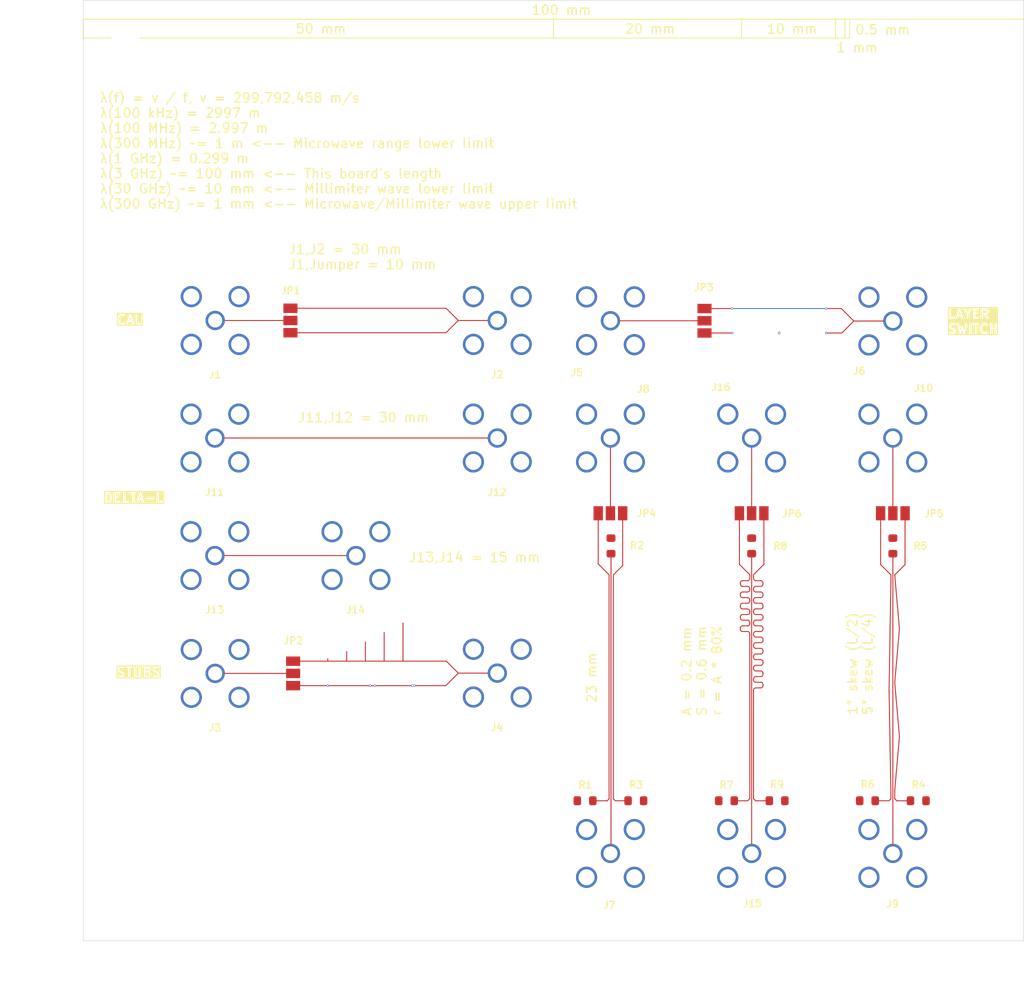
<source format=kicad_pcb>
(kicad_pcb (version 20241229) (generator "pcbnew") (generator_version "9.0")
  (layers (0 "F.Cu" signal) (4 "In1.Cu" signal) (6 "In2.Cu" signal) (2 "B.Cu" signal) (13 "F.Paste" user) (15 "B.Paste" user) (5 "F.SilkS" user "F.Silkscreen") (7 "B.SilkS" user "B.Silkscreen") (1 "F.Mask" user) (3 "B.Mask" user) (25 "Edge.Cuts" user))
  (net 0 "")
  (net 1 "GND")
  (net 2 "Net-(J1-In)")
  (net 3 "Net-(J2-In)")
  (net 4 "Net-(J5-In)")
  (net 5 "Net-(J7-In)")
  (net 6 "Net-(J8-In)")
  (net 7 "Net-(J11-In)")
  (net 8 "Net-(J3-In)")
  (net 9 "Net-(J13-In)")
  (net 10 "Net-(J4-In)")
  (net 11 "Net-(J15-In)")
  (net 12 "Net-(J16-In)")
  (net 13 "Net-(J6-In)")
  (net 14 "Net-(J9-In)")
  (net 15 "Net-(J10-In)")
  (net 16 "Net-(JP4-A)")
  (net 17 "Net-(JP4-B)")
  (net 18 "Net-(JP5-A)")
  (net 19 "Net-(JP5-B)")
  (net 20 "Net-(JP6-B)")
  (net 21 "Net-(JP6-A)")
  (footprint "Library:SMA" (layer "F.Cu") (at 64 84)
    (property "Reference" "J1" (at 0 5.8 0) (layer "F.SilkS") (effects (font (size 0.75 0.75))))
    (property "Value" "Conn_Coaxial" (hide yes))
    (pad "1" thru_hole circle (at 0.03 0.03) (size 2.05 2.05) (drill 1.5) (layers "*.Cu" "*.Mask") (net 2 "Net-(J1-In)"))
    (pad "2" thru_hole circle (at -2.51 -2.51) (size 2.25 2.25) (drill 1.7) (layers "*.Cu" "*.Mask") (net 1 "GND"))
    (pad "2" thru_hole circle (at -2.51 2.57) (size 2.25 2.25) (drill 1.7) (layers "*.Cu" "*.Mask") (net 1 "GND"))
    (pad "2" thru_hole circle (at 2.57 -2.51) (size 2.25 2.25) (drill 1.7) (layers "*.Cu" "*.Mask") (net 1 "GND"))
    (pad "2" thru_hole circle (at 2.57 2.57) (size 2.25 2.25) (drill 1.7) (layers "*.Cu" "*.Mask") (net 1 "GND"))
  )
  (footprint "Resistor_SMD:R_0603_1608Metric" (layer "F.Cu") (at 103.36 135.1 180)
    (property "Reference" "R1" (at -0.02 1.69 0) (layer "F.SilkS") (effects (font (size 0.75 0.75))))
    (property "Value" "50R" (hide yes))
    (pad "1" smd roundrect (at -0.825 0 180) (size 0.8 0.95) (layers "F.Cu" "F.Mask" "F.Paste") (net 17 "Net-(JP4-B)"))
    (pad "2" smd roundrect (at 0.825 0 180) (size 0.8 0.95) (layers "F.Cu" "F.Mask" "F.Paste") (net 1 "GND"))
  )
  (footprint "Jumper:SolderJumper-3_P1.3mm_Open_Pad1.0x1.5mm" (layer "F.Cu") (at 106.06 104.53 180)
    (property "Reference" "JP4" (at -3.83 -0.01 0) (layer "F.SilkS") (effects (font (size 0.75 0.75))))
    (property "Value" "SolderJumper_3_Open" (hide yes))
    (pad "1" smd rect (at -1.3 0 180) (size 1 1.5) (layers "F.Cu" "F.Mask") (net 16 "Net-(JP4-A)"))
    (pad "2" smd rect (at 0 0 180) (size 1 1.5) (layers "F.Cu" "F.Mask") (net 6 "Net-(J8-In)"))
    (pad "3" smd rect (at 1.3 0 180) (size 1 1.5) (layers "F.Cu" "F.Mask") (net 17 "Net-(JP4-B)"))
  )
  (footprint "Library:SMA" (layer "F.Cu") (at 106.09 96.5 -90)
    (property "Reference" "J8" (at -5.17 -3.47 0) (layer "F.SilkS") (effects (font (size 0.75 0.75))))
    (property "Value" "Conn_Coaxial" (hide yes))
    (pad "1" thru_hole circle (at 0.03 0.03 270) (size 2.05 2.05) (drill 1.5) (layers "*.Cu" "*.Mask") (net 6 "Net-(J8-In)"))
    (pad "2" thru_hole circle (at -2.51 -2.51 270) (size 2.25 2.25) (drill 1.7) (layers "*.Cu" "*.Mask") (net 1 "GND"))
    (pad "2" thru_hole circle (at -2.51 2.57 270) (size 2.25 2.25) (drill 1.7) (layers "*.Cu" "*.Mask") (net 1 "GND"))
    (pad "2" thru_hole circle (at 2.57 -2.51 270) (size 2.25 2.25) (drill 1.7) (layers "*.Cu" "*.Mask") (net 1 "GND"))
    (pad "2" thru_hole circle (at 2.57 2.57 270) (size 2.25 2.25) (drill 1.7) (layers "*.Cu" "*.Mask") (net 1 "GND"))
  )
  (footprint "Resistor_SMD:R_0603_1608Metric" (layer "F.Cu") (at 106.12 108 90)
    (property "Reference" "R2" (at 0.05 2.76 0) (layer "F.SilkS") (effects (font (size 0.75 0.75))))
    (property "Value" "50R" (hide yes))
    (pad "1" smd roundrect (at -0.825 0 90) (size 0.8 0.95) (layers "F.Cu" "F.Mask" "F.Paste") (net 5 "Net-(J7-In)"))
    (pad "2" smd roundrect (at 0.825 0 90) (size 0.8 0.95) (layers "F.Cu" "F.Mask" "F.Paste") (net 1 "GND"))
  )
  (footprint "MountingHole:MountingHole_3.2mm_M3_ISO14580" (layer "F.Cu") (at 54.5 54.5)
    (property "Reference" "H1" (hide yes))
    (property "Value" "MountingHole" (hide yes))
    (pad "" np_thru_hole circle (at 0 0) (size 3.2 3.2) (drill 3.2) (layers "*.Cu" "*.Mask"))
  )
  (footprint "Resistor_SMD:R_0603_1608Metric" (layer "F.Cu") (at 138.79 135.1)
    (property "Reference" "R4" (at 0.04 -1.7 0) (layer "F.SilkS") (effects (font (size 0.75 0.75))))
    (property "Value" "50R" (hide yes))
    (pad "1" smd roundrect (at -0.825 0) (size 0.8 0.95) (layers "F.Cu" "F.Mask" "F.Paste") (net 18 "Net-(JP5-A)"))
    (pad "2" smd roundrect (at 0.825 0) (size 0.8 0.95) (layers "F.Cu" "F.Mask" "F.Paste") (net 1 "GND"))
  )
  (footprint "Resistor_SMD:R_0603_1608Metric" (layer "F.Cu") (at 136.09 108 90)
    (property "Reference" "R5" (at -0.01 2.93 0) (layer "F.SilkS") (effects (font (size 0.75 0.75))))
    (property "Value" "50R" (hide yes))
    (pad "1" smd roundrect (at -0.825 0 90) (size 0.8 0.95) (layers "F.Cu" "F.Mask" "F.Paste") (net 14 "Net-(J9-In)"))
    (pad "2" smd roundrect (at 0.825 0 90) (size 0.8 0.95) (layers "F.Cu" "F.Mask" "F.Paste") (net 1 "GND"))
  )
  (footprint "Jumper:SolderJumper-3_P1.3mm_Open_Pad1.0x1.5mm" (layer "F.Cu") (at 121.075 104.53 180)
    (property "Reference" "JP6" (at -4.285 -0.03 0) (layer "F.SilkS") (effects (font (size 0.75 0.75))))
    (property "Value" "SolderJumper_3_Open" (hide yes))
    (pad "1" smd rect (at -1.3 0 180) (size 1 1.5) (layers "F.Cu" "F.Mask") (net 21 "Net-(JP6-A)"))
    (pad "2" smd rect (at 0 0 180) (size 1 1.5) (layers "F.Cu" "F.Mask") (net 12 "Net-(J16-In)"))
    (pad "3" smd rect (at 1.3 0 180) (size 1 1.5) (layers "F.Cu" "F.Mask") (net 20 "Net-(JP6-B)"))
  )
  (footprint "MountingHole:MountingHole_3.2mm_M3_ISO14580" (layer "F.Cu") (at 54.5 145.5)
    (property "Reference" "H3" (hide yes))
    (property "Value" "MountingHole" (hide yes))
    (pad "" np_thru_hole circle (at 0 0) (size 3.2 3.2) (drill 3.2) (layers "*.Cu" "*.Mask"))
  )
  (footprint "MountingHole:MountingHole_3.2mm_M3_ISO14580" (layer "F.Cu") (at 145.5 145.5)
    (property "Reference" "H4" (hide yes))
    (property "Value" "MountingHole" (hide yes))
    (pad "" np_thru_hole circle (at 0 0) (size 3.2 3.2) (drill 3.2) (layers "*.Cu" "*.Mask"))
  )
  (footprint "Resistor_SMD:R_0603_1608Metric" (layer "F.Cu") (at 133.39 135.1 180)
    (property "Reference" "R6" (at -0.03 1.74 0) (layer "F.SilkS") (effects (font (size 0.75 0.75))))
    (property "Value" "50R" (hide yes))
    (pad "1" smd roundrect (at -0.825 0 180) (size 0.8 0.95) (layers "F.Cu" "F.Mask" "F.Paste") (net 19 "Net-(JP5-B)"))
    (pad "2" smd roundrect (at 0.825 0 180) (size 0.8 0.95) (layers "F.Cu" "F.Mask" "F.Paste") (net 1 "GND"))
  )
  (footprint "Library:SMA" (layer "F.Cu") (at 121.105 96.5 -90)
    (property "Reference" "J16" (at -5.38 3.285 0) (layer "F.SilkS") (effects (font (size 0.75 0.75))))
    (property "Value" "Conn_Coaxial" (hide yes))
    (pad "1" thru_hole circle (at 0.03 0.03 270) (size 2.05 2.05) (drill 1.5) (layers "*.Cu" "*.Mask") (net 12 "Net-(J16-In)"))
    (pad "2" thru_hole circle (at -2.51 -2.51 270) (size 2.25 2.25) (drill 1.7) (layers "*.Cu" "*.Mask") (net 1 "GND"))
    (pad "2" thru_hole circle (at -2.51 2.57 270) (size 2.25 2.25) (drill 1.7) (layers "*.Cu" "*.Mask") (net 1 "GND"))
    (pad "2" thru_hole circle (at 2.57 -2.51 270) (size 2.25 2.25) (drill 1.7) (layers "*.Cu" "*.Mask") (net 1 "GND"))
    (pad "2" thru_hole circle (at 2.57 2.57 270) (size 2.25 2.25) (drill 1.7) (layers "*.Cu" "*.Mask") (net 1 "GND"))
  )
  (footprint "Resistor_SMD:R_0603_1608Metric" (layer "F.Cu") (at 108.76 135.1)
    (property "Reference" "R3" (at 0.01 -1.69 0) (layer "F.SilkS") (effects (font (size 0.75 0.75))))
    (property "Value" "50R" (hide yes))
    (pad "1" smd roundrect (at -0.825 0) (size 0.8 0.95) (layers "F.Cu" "F.Mask" "F.Paste") (net 16 "Net-(JP4-A)"))
    (pad "2" smd roundrect (at 0.825 0) (size 0.8 0.95) (layers "F.Cu" "F.Mask" "F.Paste") (net 1 "GND"))
  )
  (footprint "Library:SMA" (layer "F.Cu") (at 94 121.5)
    (property "Reference" "J4" (at 0 5.8 0) (layer "F.SilkS") (effects (font (size 0.75 0.75))))
    (property "Value" "Conn_Coaxial" (hide yes))
    (pad "1" thru_hole circle (at 0.03 0.03) (size 2.05 2.05) (drill 1.5) (layers "*.Cu" "*.Mask") (net 10 "Net-(J4-In)"))
    (pad "2" thru_hole circle (at -2.51 -2.51) (size 2.25 2.25) (drill 1.7) (layers "*.Cu" "*.Mask") (net 1 "GND"))
    (pad "2" thru_hole circle (at -2.51 2.57) (size 2.25 2.25) (drill 1.7) (layers "*.Cu" "*.Mask") (net 1 "GND"))
    (pad "2" thru_hole circle (at 2.57 -2.51) (size 2.25 2.25) (drill 1.7) (layers "*.Cu" "*.Mask") (net 1 "GND"))
    (pad "2" thru_hole circle (at 2.57 2.57) (size 2.25 2.25) (drill 1.7) (layers "*.Cu" "*.Mask") (net 1 "GND"))
  )
  (footprint "Jumper:SolderJumper-3_P1.3mm_Open_Pad1.0x1.5mm" (layer "F.Cu") (at 72.315 121.56 -90)
    (property "Reference" "JP2" (at -3.48 -0.025 0) (layer "F.SilkS") (effects (font (size 0.75 0.75))))
    (property "Value" "SolderJumper_3_Open" (hide yes))
    (pad "1" smd rect (at -1.3 0 270) (size 1 1.5) (layers "F.Cu" "F.Mask") (net 10 "Net-(J4-In)"))
    (pad "2" smd rect (at 0 0 270) (size 1 1.5) (layers "F.Cu" "F.Mask") (net 8 "Net-(J3-In)"))
    (pad "3" smd rect (at 1.3 0 270) (size 1 1.5) (layers "F.Cu" "F.Mask") (net 10 "Net-(J4-In)"))
  )
  (footprint "Library:SMA" (layer "F.Cu") (at 136.06 140.67)
    (property "Reference" "J9" (at 0.01 5.4 0) (layer "F.SilkS") (effects (font (size 0.75 0.75))))
    (property "Value" "Conn_Coaxial" (hide yes))
    (pad "1" thru_hole circle (at 0.03 0.03) (size 2.05 2.05) (drill 1.5) (layers "*.Cu" "*.Mask") (net 14 "Net-(J9-In)"))
    (pad "2" thru_hole circle (at -2.51 -2.51) (size 2.25 2.25) (drill 1.7) (layers "*.Cu" "*.Mask") (net 1 "GND"))
    (pad "2" thru_hole circle (at -2.51 2.57) (size 2.25 2.25) (drill 1.7) (layers "*.Cu" "*.Mask") (net 1 "GND"))
    (pad "2" thru_hole circle (at 2.57 -2.51) (size 2.25 2.25) (drill 1.7) (layers "*.Cu" "*.Mask") (net 1 "GND"))
    (pad "2" thru_hole circle (at 2.57 2.57) (size 2.25 2.25) (drill 1.7) (layers "*.Cu" "*.Mask") (net 1 "GND"))
  )
  (footprint "Library:SMA" (layer "F.Cu") (at 136.06 84.06)
    (property "Reference" "J6" (at -3.55 5.33 0) (layer "F.SilkS") (effects (font (size 0.75 0.75))))
    (property "Value" "Conn_Coaxial" (hide yes))
    (pad "1" thru_hole circle (at 0.03 0.03) (size 2.05 2.05) (drill 1.5) (layers "*.Cu" "*.Mask") (net 13 "Net-(J6-In)"))
    (pad "2" thru_hole circle (at -2.51 -2.51) (size 2.25 2.25) (drill 1.7) (layers "*.Cu" "*.Mask") (net 1 "GND"))
    (pad "2" thru_hole circle (at -2.51 2.57) (size 2.25 2.25) (drill 1.7) (layers "*.Cu" "*.Mask") (net 1 "GND"))
    (pad "2" thru_hole circle (at 2.57 -2.51) (size 2.25 2.25) (drill 1.7) (layers "*.Cu" "*.Mask") (net 1 "GND"))
    (pad "2" thru_hole circle (at 2.57 2.57) (size 2.25 2.25) (drill 1.7) (layers "*.Cu" "*.Mask") (net 1 "GND"))
  )
  (footprint "Library:SMA" (layer "F.Cu") (at 64 121.53)
    (property "Reference" "J3" (at 0 5.8 0) (layer "F.SilkS") (effects (font (size 0.75 0.75))))
    (property "Value" "Conn_Coaxial" (hide yes))
    (pad "1" thru_hole circle (at 0.03 0.03) (size 2.05 2.05) (drill 1.5) (layers "*.Cu" "*.Mask") (net 8 "Net-(J3-In)"))
    (pad "2" thru_hole circle (at -2.51 -2.51) (size 2.25 2.25) (drill 1.7) (layers "*.Cu" "*.Mask") (net 1 "GND"))
    (pad "2" thru_hole circle (at -2.51 2.57) (size 2.25 2.25) (drill 1.7) (layers "*.Cu" "*.Mask") (net 1 "GND"))
    (pad "2" thru_hole circle (at 2.57 -2.51) (size 2.25 2.25) (drill 1.7) (layers "*.Cu" "*.Mask") (net 1 "GND"))
    (pad "2" thru_hole circle (at 2.57 2.57) (size 2.25 2.25) (drill 1.7) (layers "*.Cu" "*.Mask") (net 1 "GND"))
  )
  (footprint "Library:SMA" (layer "F.Cu") (at 94 96.5)
    (property "Reference" "J12" (at 0 5.8 0) (layer "F.SilkS") (effects (font (size 0.75 0.75))))
    (property "Value" "Conn_Coaxial" (hide yes))
    (pad "1" thru_hole circle (at 0.03 0.03) (size 2.05 2.05) (drill 1.5) (layers "*.Cu" "*.Mask") (net 7 "Net-(J11-In)"))
    (pad "2" thru_hole circle (at -2.51 -2.51) (size 2.25 2.25) (drill 1.7) (layers "*.Cu" "*.Mask") (net 1 "GND"))
    (pad "2" thru_hole circle (at -2.51 2.57) (size 2.25 2.25) (drill 1.7) (layers "*.Cu" "*.Mask") (net 1 "GND"))
    (pad "2" thru_hole circle (at 2.57 -2.51) (size 2.25 2.25) (drill 1.7) (layers "*.Cu" "*.Mask") (net 1 "GND"))
    (pad "2" thru_hole circle (at 2.57 2.57) (size 2.25 2.25) (drill 1.7) (layers "*.Cu" "*.Mask") (net 1 "GND"))
  )
  (footprint "Library:SMA" (layer "F.Cu") (at 106.03 84.03)
    (property "Reference" "J5" (at -3.53 5.53 0) (layer "F.SilkS") (effects (font (size 0.75 0.75))))
    (property "Value" "Conn_Coaxial" (hide yes))
    (pad "1" thru_hole circle (at 0.03 0.03) (size 2.05 2.05) (drill 1.5) (layers "*.Cu" "*.Mask") (net 4 "Net-(J5-In)"))
    (pad "2" thru_hole circle (at -2.51 -2.51) (size 2.25 2.25) (drill 1.7) (layers "*.Cu" "*.Mask") (net 1 "GND"))
    (pad "2" thru_hole circle (at -2.51 2.57) (size 2.25 2.25) (drill 1.7) (layers "*.Cu" "*.Mask") (net 1 "GND"))
    (pad "2" thru_hole circle (at 2.57 -2.51) (size 2.25 2.25) (drill 1.7) (layers "*.Cu" "*.Mask") (net 1 "GND"))
    (pad "2" thru_hole circle (at 2.57 2.57) (size 2.25 2.25) (drill 1.7) (layers "*.Cu" "*.Mask") (net 1 "GND"))
  )
  (footprint "Library:SMA" (layer "F.Cu") (at 63.97 96.5)
    (property "Reference" "J11" (at 0 5.8 0) (layer "F.SilkS") (effects (font (size 0.75 0.75))))
    (property "Value" "Conn_Coaxial" (hide yes))
    (pad "1" thru_hole circle (at 0.03 0.03) (size 2.05 2.05) (drill 1.5) (layers "*.Cu" "*.Mask") (net 7 "Net-(J11-In)"))
    (pad "2" thru_hole circle (at -2.51 -2.51) (size 2.25 2.25) (drill 1.7) (layers "*.Cu" "*.Mask") (net 1 "GND"))
    (pad "2" thru_hole circle (at -2.51 2.57) (size 2.25 2.25) (drill 1.7) (layers "*.Cu" "*.Mask") (net 1 "GND"))
    (pad "2" thru_hole circle (at 2.57 -2.51) (size 2.25 2.25) (drill 1.7) (layers "*.Cu" "*.Mask") (net 1 "GND"))
    (pad "2" thru_hole circle (at 2.57 2.57) (size 2.25 2.25) (drill 1.7) (layers "*.Cu" "*.Mask") (net 1 "GND"))
  )
  (footprint "Resistor_SMD:R_0603_1608Metric" (layer "F.Cu") (at 121.075 108 90)
    (property "Reference" "R8" (at -0.01 3.045 0) (layer "F.SilkS") (effects (font (size 0.75 0.75))))
    (property "Value" "50R" (hide yes))
    (pad "1" smd roundrect (at -0.825 0 90) (size 0.8 0.95) (layers "F.Cu" "F.Mask" "F.Paste") (net 11 "Net-(J15-In)"))
    (pad "2" smd roundrect (at 0.825 0 90) (size 0.8 0.95) (layers "F.Cu" "F.Mask" "F.Paste") (net 1 "GND"))
  )
  (footprint "MountingHole:MountingHole_3.2mm_M3_ISO14580" (layer "F.Cu") (at 145.5 54.5)
    (property "Reference" "H2" (hide yes))
    (property "Value" "MountingHole" (hide yes))
    (pad "" np_thru_hole circle (at 0 0) (size 3.2 3.2) (drill 3.2) (layers "*.Cu" "*.Mask"))
  )
  (footprint "Library:SMA" (layer "F.Cu") (at 63.97 109)
    (property "Reference" "J13" (at 0 5.8 0) (layer "F.SilkS") (effects (font (size 0.75 0.75))))
    (property "Value" "Conn_Coaxial" (hide yes))
    (pad "1" thru_hole circle (at 0.03 0.03) (size 2.05 2.05) (drill 1.5) (layers "*.Cu" "*.Mask") (net 9 "Net-(J13-In)"))
    (pad "2" thru_hole circle (at -2.51 -2.51) (size 2.25 2.25) (drill 1.7) (layers "*.Cu" "*.Mask") (net 1 "GND"))
    (pad "2" thru_hole circle (at -2.51 2.57) (size 2.25 2.25) (drill 1.7) (layers "*.Cu" "*.Mask") (net 1 "GND"))
    (pad "2" thru_hole circle (at 2.57 -2.51) (size 2.25 2.25) (drill 1.7) (layers "*.Cu" "*.Mask") (net 1 "GND"))
    (pad "2" thru_hole circle (at 2.57 2.57) (size 2.25 2.25) (drill 1.7) (layers "*.Cu" "*.Mask") (net 1 "GND"))
  )
  (footprint "Library:SMA" (layer "F.Cu") (at 78.97 109)
    (property "Reference" "J14" (at 0 5.8 0) (layer "F.SilkS") (effects (font (size 0.75 0.75))))
    (property "Value" "Conn_Coaxial" (hide yes))
    (pad "1" thru_hole circle (at 0.03 0.03) (size 2.05 2.05) (drill 1.5) (layers "*.Cu" "*.Mask") (net 9 "Net-(J13-In)"))
    (pad "2" thru_hole circle (at -2.51 -2.51) (size 2.25 2.25) (drill 1.7) (layers "*.Cu" "*.Mask") (net 1 "GND"))
    (pad "2" thru_hole circle (at -2.51 2.57) (size 2.25 2.25) (drill 1.7) (layers "*.Cu" "*.Mask") (net 1 "GND"))
    (pad "2" thru_hole circle (at 2.57 -2.51) (size 2.25 2.25) (drill 1.7) (layers "*.Cu" "*.Mask") (net 1 "GND"))
    (pad "2" thru_hole circle (at 2.57 2.57) (size 2.25 2.25) (drill 1.7) (layers "*.Cu" "*.Mask") (net 1 "GND"))
  )
  (footprint "Library:SMA" (layer "F.Cu") (at 136.06 96.5)
    (property "Reference" "J10" (at 3.31 -5.29 0) (layer "F.SilkS") (effects (font (size 0.75 0.75))))
    (property "Value" "Conn_Coaxial" (hide yes))
    (pad "1" thru_hole circle (at 0.03 0.03) (size 2.05 2.05) (drill 1.5) (layers "*.Cu" "*.Mask") (net 15 "Net-(J10-In)"))
    (pad "2" thru_hole circle (at -2.51 -2.51) (size 2.25 2.25) (drill 1.7) (layers "*.Cu" "*.Mask") (net 1 "GND"))
    (pad "2" thru_hole circle (at -2.51 2.57) (size 2.25 2.25) (drill 1.7) (layers "*.Cu" "*.Mask") (net 1 "GND"))
    (pad "2" thru_hole circle (at 2.57 -2.51) (size 2.25 2.25) (drill 1.7) (layers "*.Cu" "*.Mask") (net 1 "GND"))
    (pad "2" thru_hole circle (at 2.57 2.57) (size 2.25 2.25) (drill 1.7) (layers "*.Cu" "*.Mask") (net 1 "GND"))
  )
  (footprint "Library:SMA" (layer "F.Cu") (at 106.09 140.67 -90)
    (property "Reference" "J7" (at 5.53 0.16 0) (layer "F.SilkS") (effects (font (size 0.75 0.75))))
    (property "Value" "Conn_Coaxial" (hide yes))
    (pad "1" thru_hole circle (at 0.03 0.03 270) (size 2.05 2.05) (drill 1.5) (layers "*.Cu" "*.Mask") (net 5 "Net-(J7-In)"))
    (pad "2" thru_hole circle (at -2.51 -2.51 270) (size 2.25 2.25) (drill 1.7) (layers "*.Cu" "*.Mask") (net 1 "GND"))
    (pad "2" thru_hole circle (at -2.51 2.57 270) (size 2.25 2.25) (drill 1.7) (layers "*.Cu" "*.Mask") (net 1 "GND"))
    (pad "2" thru_hole circle (at 2.57 -2.51 270) (size 2.25 2.25) (drill 1.7) (layers "*.Cu" "*.Mask") (net 1 "GND"))
    (pad "2" thru_hole circle (at 2.57 2.57 270) (size 2.25 2.25) (drill 1.7) (layers "*.Cu" "*.Mask") (net 1 "GND"))
  )
  (footprint "Jumper:SolderJumper-3_P1.3mm_Open_Pad1.0x1.5mm" (layer "F.Cu") (at 136.09 104.53 180)
    (property "Reference" "JP5" (at -4.38 -0.03 0) (layer "F.SilkS") (effects (font (size 0.75 0.75))))
    (property "Value" "SolderJumper_3_Open" (hide yes))
    (pad "1" smd rect (at -1.3 0 180) (size 1 1.5) (layers "F.Cu" "F.Mask") (net 18 "Net-(JP5-A)"))
    (pad "2" smd rect (at 0 0 180) (size 1 1.5) (layers "F.Cu" "F.Mask") (net 15 "Net-(J10-In)"))
    (pad "3" smd rect (at 1.3 0 180) (size 1 1.5) (layers "F.Cu" "F.Mask") (net 19 "Net-(JP5-B)"))
  )
  (footprint "Jumper:SolderJumper-3_P1.3mm_Open_Pad1.0x1.5mm" (layer "F.Cu") (at 116.06 84.06 -90)
    (property "Reference" "JP3" (at -3.55 0.06 0) (layer "F.SilkS") (effects (font (size 0.75 0.75))))
    (property "Value" "SolderJumper_3_Open" (hide yes))
    (pad "1" smd rect (at -1.3 0 270) (size 1 1.5) (layers "F.Cu" "F.Mask") (net 13 "Net-(J6-In)"))
    (pad "2" smd rect (at 0 0 270) (size 1 1.5) (layers "F.Cu" "F.Mask") (net 4 "Net-(J5-In)"))
    (pad "3" smd rect (at 1.3 0 270) (size 1 1.5) (layers "F.Cu" "F.Mask") (net 13 "Net-(J6-In)"))
  )
  (footprint "Jumper:SolderJumper-3_P1.3mm_Open_Pad1.0x1.5mm" (layer "F.Cu") (at 72.03 84.03 90)
    (property "Reference" "JP1" (at 3.17 0.03 0) (layer "F.SilkS") (effects (font (size 0.75 0.75))))
    (property "Value" "SolderJumper_3_Open" (hide yes))
    (pad "1" smd rect (at -1.3 0 90) (size 1 1.5) (layers "F.Cu" "F.Mask") (net 3 "Net-(J2-In)"))
    (pad "2" smd rect (at 0 0 90) (size 1 1.5) (layers "F.Cu" "F.Mask") (net 2 "Net-(J1-In)"))
    (pad "3" smd rect (at 1.3 0 90) (size 1 1.5) (layers "F.Cu" "F.Mask") (net 3 "Net-(J2-In)"))
  )
  (footprint "Library:SMA" (layer "F.Cu") (at 121.105 140.67 -90)
    (property "Reference" "J15" (at 5.36 -0.055 0) (layer "F.SilkS") (effects (font (size 0.75 0.75))))
    (property "Value" "Conn_Coaxial" (hide yes))
    (pad "1" thru_hole circle (at 0.03 0.03 270) (size 2.05 2.05) (drill 1.5) (layers "*.Cu" "*.Mask") (net 11 "Net-(J15-In)"))
    (pad "2" thru_hole circle (at -2.51 -2.51 270) (size 2.25 2.25) (drill 1.7) (layers "*.Cu" "*.Mask") (net 1 "GND"))
    (pad "2" thru_hole circle (at -2.51 2.57 270) (size 2.25 2.25) (drill 1.7) (layers "*.Cu" "*.Mask") (net 1 "GND"))
    (pad "2" thru_hole circle (at 2.57 -2.51 270) (size 2.25 2.25) (drill 1.7) (layers "*.Cu" "*.Mask") (net 1 "GND"))
    (pad "2" thru_hole circle (at 2.57 2.57 270) (size 2.25 2.25) (drill 1.7) (layers "*.Cu" "*.Mask") (net 1 "GND"))
  )
  (footprint "Resistor_SMD:R_0603_1608Metric" (layer "F.Cu") (at 123.78 135.1)
    (property "Reference" "R9" (at -0.02 -1.74 0) (layer "F.SilkS") (effects (font (size 0.75 0.75))))
    (property "Value" "50R" (hide yes))
    (pad "1" smd roundrect (at -0.825 0) (size 0.8 0.95) (layers "F.Cu" "F.Mask" "F.Paste") (net 21 "Net-(JP6-A)"))
    (pad "2" smd roundrect (at 0.825 0) (size 0.8 0.95) (layers "F.Cu" "F.Mask" "F.Paste") (net 1 "GND"))
  )
  (footprint "Library:SMA" (layer "F.Cu") (at 94 84)
    (property "Reference" "J2" (at 0 5.8 0) (layer "F.SilkS") (effects (font (size 0.75 0.75))))
    (property "Value" "Conn_Coaxial" (hide yes))
    (pad "1" thru_hole circle (at 0.03 0.03) (size 2.05 2.05) (drill 1.5) (layers "*.Cu" "*.Mask") (net 3 "Net-(J2-In)"))
    (pad "2" thru_hole circle (at -2.51 -2.51) (size 2.25 2.25) (drill 1.7) (layers "*.Cu" "*.Mask") (net 1 "GND"))
    (pad "2" thru_hole circle (at -2.51 2.57) (size 2.25 2.25) (drill 1.7) (layers "*.Cu" "*.Mask") (net 1 "GND"))
    (pad "2" thru_hole circle (at 2.57 -2.51) (size 2.25 2.25) (drill 1.7) (layers "*.Cu" "*.Mask") (net 1 "GND"))
    (pad "2" thru_hole circle (at 2.57 2.57) (size 2.25 2.25) (drill 1.7) (layers "*.Cu" "*.Mask") (net 1 "GND"))
  )
  (footprint "Resistor_SMD:R_0603_1608Metric" (layer "F.Cu") (at 118.4 135.1 180)
    (property "Reference" "R7" (at 0 1.66 0) (layer "F.SilkS") (effects (font (size 0.75 0.75))))
    (property "Value" "50R" (hide yes))
    (pad "1" smd roundrect (at -0.825 0 180) (size 0.8 0.95) (layers "F.Cu" "F.Mask" "F.Paste") (net 20 "Net-(JP6-B)"))
    (pad "2" smd roundrect (at 0.825 0 180) (size 0.8 0.95) (layers "F.Cu" "F.Mask" "F.Paste") (net 1 "GND"))
  )
  (gr_rect (start 50 52) (end 100 54) (stroke (width 0.1)) (fill no) (layer "F.SilkS"))
  (gr_rect (start 120 52) (end 130 54) (stroke (width 0.1)) (fill no) (layer "F.SilkS"))
  (gr_rect (start 130 52) (end 131 54) (stroke (width 0.1)) (fill no) (layer "F.SilkS"))
  (gr_rect (start 131 52) (end 131.5 54) (stroke (width 0.1)) (fill no) (layer "F.SilkS"))
  (gr_rect (start 100 52) (end 120 54) (stroke (width 0.1)) (fill no) (layer "F.SilkS"))
  (gr_line (start 50 52) (end 150 52) (stroke (width 0.1)) (layer "F.SilkS"))
  (gr_rect (start 50 50) (end 150 150) (stroke (width 0.05)) (fill no) (layer "Edge.Cuts"))
  (gr_text "10 mm" (at 122.6 53.6 0) (layer "F.SilkS") (effects (font (size 1 1)) (justify left bottom)))
  (gr_text "STUBS" (at 53.42 122.03 0) (layer "F.SilkS" knockout) (effects (font (size 1 1)) (justify left bottom)))
  (gr_text "DELTA-L" (at 52.07 103.47 0) (layer "F.SilkS" knockout) (effects (font (size 1 1)) (justify left bottom)))
  (gr_text "100 mm" (at 97.6 51.6 0) (layer "F.SilkS") (effects (font (size 1 1)) (justify left bottom)))
  (gr_text "J1,J2 = 30 mm\nJ1,Jumper = 10 mm\n" (at 71.75 78.65 0) (layer "F.SilkS") (effects (font (size 1 1)) (justify left bottom)))
  (gr_text "A = 0.2 mm\nS = 0.6 mm\nr = A * 80%" (at 117.96 126.15 90) (layer "F.SilkS") (effects (font (size 1 1)) (justify left bottom)))
  (gr_text "LAYER\nSWITCH" (at 141.84 85.53 0) (layer "F.SilkS" knockout) (effects (font (size 1 1)) (justify left bottom)))
  (gr_text "J11,J12 = 30 mm" (at 72.75 94.93 0) (layer "F.SilkS") (effects (font (size 1 1)) (justify left bottom)))
  (gr_text "50 mm" (at 72.5 53.6 0) (layer "F.SilkS") (effects (font (size 1 1)) (justify left bottom)))
  (gr_text "20 mm" (at 107.5 53.6 0) (layer "F.SilkS") (effects (font (size 1 1)) (justify left bottom)))
  (gr_text "λ(f) = v / f, v = 299,792,458 m/s\nλ(100 kHz) = 2997 m\nλ(100 MHz) = 2.997 m\nλ(300 MHz) ~= 1 m <-- Microwave range lower limit\nλ(1 GHz) = 0.299 m\nλ(3 GHz) ~= 100 mm <-- This board's length\nλ(30 GHz) ~= 10 mm <-- Millimiter wave lower limit\nλ(300 GHz) ~= 1 mm <-- Microwave/Millimiter wave upper limit\n" (at 51.71 72.21 -0) (layer "F.SilkS") (effects (font (size 1 1)) (justify left bottom)))
  (gr_text "23 mm\n" (at 104.67 124.79 90) (layer "F.SilkS") (effects (font (size 1 1)) (justify left bottom)))
  (gr_text "J13,J14 = 15 mm" (at 84.55 109.8 0) (layer "F.SilkS") (effects (font (size 1 1)) (justify left bottom)))
  (gr_text "0.5 mm" (at 132 53.7 0) (layer "F.SilkS") (effects (font (size 1 1)) (justify left bottom)))
  (gr_text "CAL" (at 53.46 84.53 0) (layer "F.SilkS" knockout) (effects (font (size 1 1)) (justify left bottom)))
  (gr_text "1° skew (L/2)\n5° skew (L/4)" (at 134 126.08 90) (layer "F.SilkS") (effects (font (size 1 1)) (justify left bottom)))
  (gr_text "1 mm" (at 130 55.6 0) (layer "F.SilkS") (effects (font (size 1 1)) (justify left bottom)))
  (segment (start 64.03 84.03) (end 72.03 84.03) (width 0.1) (layer "F.Cu") (net 2))
  (segment (start 88.58 82.73) (end 72.03 82.73) (width 0.1) (layer "F.Cu") (net 3))
  (segment (start 89.88 84.03) (end 88.58 82.73) (width 0.1) (layer "F.Cu") (net 3))
  (segment (start 94.03 84.03) (end 89.88 84.03) (width 0.1) (layer "F.Cu") (net 3))
  (segment (start 89.88 84.03) (end 88.58 85.33) (width 0.1) (layer "F.Cu") (net 3))
  (segment (start 88.58 85.33) (end 72.03 85.33) (width 0.1) (layer "F.Cu") (net 3))
  (segment (start 106.06 84.06) (end 116.06 84.06) (width 0.1) (layer "F.Cu") (net 4))
  (segment (start 106.12 140.64) (end 106.12 108.825) (width 0.1) (layer "F.Cu") (net 5))
  (segment (start 106.06 140.7) (end 106.12 140.64) (width 0.1) (layer "F.Cu") (net 5))
  (segment (start 106.06 96.53) (end 106.06 104.53) (width 0.1) (layer "F.Cu") (net 6))
  (segment (start 64 96.53) (end 94.03 96.53) (width 0.1) (layer "F.Cu") (net 7))
  (segment (start 64.03 121.56) (end 72.315 121.56) (width 0.1) (layer "F.Cu") (net 8))
  (segment (start 64 109.03) (end 79 109.03) (width 0.1) (layer "F.Cu") (net 9))
  (segment (start 82 117.212) (end 82 120.26) (width 0.1) (layer "F.Cu") (net 10))
  (segment (start 72.315 122.86) (end 76.01 122.86) (width 0.1) (layer "F.Cu") (net 10))
  (segment (start 88.61 120.26) (end 72.315 120.26) (width 0.1) (layer "F.Cu") (net 10))
  (segment (start 76 120.26) (end 76 120.006) (width 0.1) (layer "F.Cu") (net 10))
  (segment (start 94.03 121.53) (end 89.88 121.53) (width 0.1) (layer "F.Cu") (net 10))
  (segment (start 80 118.228) (end 80 120.26) (width 0.1) (layer "F.Cu") (net 10))
  (segment (start 76.01 122.86) (end 88.55 122.86) (width 0.1) (layer "F.Cu") (net 10))
  (segment (start 84 116.196) (end 84 120.26) (width 0.1) (layer "F.Cu") (net 10))
  (segment (start 89.88 121.53) (end 88.61 120.26) (width 0.1) (layer "F.Cu") (net 10))
  (segment (start 88.55 122.86) (end 89.88 121.53) (width 0.1) (layer "F.Cu") (net 10))
  (segment (start 78.01 119.244) (end 78.01 120.26) (width 0.1) (layer "F.Cu") (net 10))
  (via (at 85.2 122.86) (size 0.25) (drill 0.15) (layers "F.Cu" "B.Cu") (net 10))
  (via (at 80.5 122.86) (size 0.25) (drill 0.15) (layers "F.Cu" "B.Cu") (net 10))
  (via (at 81 122.86) (size 0.25) (drill 0.15) (layers "F.Cu" "B.Cu") (net 10))
  (via (at 85 122.86) (size 0.25) (drill 0.15) (layers "F.Cu" "B.Cu") (net 10))
  (via (at 76 122.86) (size 0.25) (drill 0.15) (layers "F.Cu" "B.Cu") (net 10))
  (segment (start 121.075 108.825) (end 121.075 140.7) (width 0.1) (layer "F.Cu") (net 11))
  (segment (start 121.075 96.53) (end 121.075 104.53) (width 0.1) (layer "F.Cu") (net 12))
  (segment (start 130.67 85.36) (end 131.94 84.09) (width 0.1) (layer "F.Cu") (net 13))
  (segment (start 136.09 84.09) (end 131.94 84.09) (width 0.1) (layer "F.Cu") (net 13))
  (segment (start 130.67 85.36) (end 129 85.36) (width 0.1) (layer "F.Cu") (net 13))
  (segment (start 129 82.76) (end 130.61 82.76) (width 0.1) (layer "F.Cu") (net 13))
  (segment (start 131.94 84.09) (end 130.61 82.76) (width 0.1) (layer "F.Cu") (net 13))
  (segment (start 119.01 82.76) (end 116.06 82.76) (width 0.1) (layer "F.Cu") (net 13))
  (segment (start 116.06 85.36) (end 119.01 85.36) (width 0.1) (layer "F.Cu") (net 13))
  (via (at 129 85.36) (size 0.25) (drill 0.15) (layers "F.Cu" "B.Cu") (net 13))
  (via (at 124 85.36) (size 0.25) (drill 0.15) (layers "F.Cu" "B.Cu") (net 13))
  (via (at 119 82.76) (size 0.25) (drill 0.15) (layers "F.Cu" "B.Cu") (net 13))
  (via (at 119 85.36) (size 0.25) (drill 0.15) (layers "F.Cu" "B.Cu") (net 13))
  (via (at 129 82.76) (size 0.25) (drill 0.15) (layers "F.Cu" "B.Cu") (net 13))
  (segment (start 119 82.76) (end 129 82.76) (width 0.1) (layer "B.Cu") (net 13))
  (segment (start 136.09 140.7) (end 136.09 108.825) (width 0.1) (layer "F.Cu") (net 14))
  (segment (start 136.09 96.53) (end 136.09 104.53) (width 0.1) (layer "F.Cu") (net 15))
  (segment (start 107.36 110.09) (end 107.36 104.53) (width 0.1) (layer "F.Cu") (net 16))
  (segment (start 106.37 134.9) (end 106.37 111.08) (width 0.1) (layer "F.Cu") (net 16))
  (segment (start 106.57 135.1) (end 106.37 134.9) (width 0.1) (layer "F.Cu") (net 16))
  (segment (start 106.37 111.08) (end 107.36 110.09) (width 0.1) (layer "F.Cu") (net 16))
  (segment (start 107.935 135.1) (end 106.57 135.1) (width 0.1) (layer "F.Cu") (net 16))
  (segment (start 105.919 111.079) (end 105.919 134.901) (width 0.1) (layer "F.Cu") (net 17))
  (segment (start 104.76 104.53) (end 104.76 109.92) (width 0.1) (layer "F.Cu") (net 17))
  (segment (start 105.72 135.1) (end 104.185 135.1) (width 0.1) (layer "F.Cu") (net 17))
  (segment (start 105.919 134.901) (end 105.72 135.1) (width 0.1) (layer "F.Cu") (net 17))
  (segment (start 104.76 109.92) (end 105.919 111.079) (width 0.1) (layer "F.Cu") (net 17))
  (segment (start 136.291 134.891) (end 136.291 134.002478) (width 0.1) (layer "F.Cu") (net 18))
  (segment (start 136.5 135.1) (end 137.965 135.1) (width 0.1) (layer "F.Cu") (net 18))
  (segment (start 136.289991 122.546239) (end 136.791136 116.81812) (width 0.1) (layer "F.Cu") (net 18))
  (segment (start 136.791136 116.81812) (end 136.29 111.09) (width 0.1) (layer "F.Cu") (net 18))
  (segment (start 136.791136 128.274358) (end 136.289991 122.546239) (width 0.1) (layer "F.Cu") (net 18))
  (segment (start 136.791136 128.274358) (end 136.28999 134.002478) (width 0.1) (layer "F.Cu") (net 18))
  (segment (start 137.39 104.53) (end 137.39 109.99) (width 0.1) (layer "F.Cu") (net 18))
  (segment (start 136.291 134.891) (end 136.5 135.1) (width 0.1) (layer "F.Cu") (net 18))
  (segment (start 137.39 109.99) (end 136.291 111.089) (width 0.1) (layer "F.Cu") (net 18))
  (segment (start 135.89 134.89) (end 135.689317 123.391751) (width 0.1) (layer "F.Cu") (net 19))
  (segment (start 134.215 135.1) (end 135.68 135.1) (width 0.1) (layer "F.Cu") (net 19))
  (segment (start 135.889 111.089) (end 134.79 109.99) (width 0.1) (layer "F.Cu") (net 19))
  (segment (start 134.79 109.99) (end 134.79 104.53) (width 0.1) (layer "F.Cu") (net 19))
  (segment (start 135.68 135.1) (end 135.889 134.891) (width 0.1) (layer "F.Cu") (net 19))
  (segment (start 135.689317 123.391751) (end 135.89 111.09) (width 0.1) (layer "F.Cu") (net 19))
  (segment (start 120.874 113.740964) (end 120.874 113.860964) (width 0.1) (layer "F.Cu") (net 20))
  (segment (start 120.114 117.100964) (end 120.634 117.100964) (width 0.1) (layer "F.Cu") (net 20))
  (segment (start 120.874 117.460964) (end 120.874 118.092658) (width 0.1) (layer "F.Cu") (net 20))
  (segment (start 120.874 118.092658) (end 120.874 134.876) (width 0.1) (layer "F.Cu") (net 20))
  (segment (start 120.634 111.700964) (end 120.114 111.700964) (width 0.1) (layer "F.Cu") (net 20))
  (segment (start 119.775 104.53) (end 119.775 109.965) (width 0.1) (layer "F.Cu") (net 20))
  (segment (start 120.634 114.100964) (end 120.114 114.100964) (width 0.1) (layer "F.Cu") (net 20))
  (segment (start 120.114 115.900964) (end 120.634 115.900964) (width 0.1) (layer "F.Cu") (net 20))
  (segment (start 119.874 115.540964) (end 119.874 115.660964) (width 0.1) (layer "F.Cu") (net 20))
  (segment (start 120.634 116.500964) (end 120.114 116.500964) (width 0.1) (layer "F.Cu") (net 20))
  (segment (start 119.874 114.340964) (end 119.874 114.460964) (width 0.1) (layer "F.Cu") (net 20))
  (segment (start 120.874 111.064) (end 120.874 111.460964) (width 0.1) (layer "F.Cu") (net 20))
  (segment (start 119.874 111.940964) (end 119.874 112.060964) (width 0.1) (layer "F.Cu") (net 20))
  (segment (start 119.874 113.140964) (end 119.874 113.260964) (width 0.1) (layer "F.Cu") (net 20))
  (segment (start 120.874 117.340964) (end 120.874 117.460964) (width 0.1) (layer "F.Cu") (net 20))
  (segment (start 120.874 114.940964) (end 120.874 115.060964) (width 0.1) (layer "F.Cu") (net 20))
  (segment (start 120.874 134.876) (end 120.65 135.1) (width 0.1) (layer "F.Cu") (net 20))
  (segment (start 120.65 135.1) (end 119.225 135.1) (width 0.1) (layer "F.Cu") (net 20))
  (segment (start 120.114 113.500964) (end 120.634 113.500964) (width 0.1) (layer "F.Cu") (net 20))
  (segment (start 119.874 116.740964) (end 119.874 116.860964) (width 0.1) (layer "F.Cu") (net 20))
  (segment (start 119.775 109.965) (end 120.874 111.064) (width 0.1) (layer "F.Cu") (net 20))
  (segment (start 120.874 116.140964) (end 120.874 116.260964) (width 0.1) (layer "F.Cu") (net 20))
  (segment (start 120.114 112.300964) (end 120.634 112.300964) (width 0.1) (layer "F.Cu") (net 20))
  (segment (start 120.874 112.540964) (end 120.874 112.660964) (width 0.1) (layer "F.Cu") (net 20))
  (segment (start 120.114 114.700964) (end 120.634 114.700964) (width 0.1) (layer "F.Cu") (net 20))
  (segment (start 120.634 115.300964) (end 120.114 115.300964) (width 0.1) (layer "F.Cu") (net 20))
  (segment (start 120.634 112.900964) (end 120.114 112.900964) (width 0.1) (layer "F.Cu") (net 20))
  (arc (start 120.874 111.460964) (mid 120.803706 111.63067) (end 120.634 111.700964) (width 0.1) (layer "F.Cu") (net 20))
  (arc (start 120.874 116.260964) (mid 120.803706 116.43067) (end 120.634 116.500964) (width 0.1) (layer "F.Cu") (net 20))
  (arc (start 120.874 112.660964) (mid 120.803706 112.83067) (end 120.634 112.900964) (width 0.1) (layer "F.Cu") (net 20))
  (arc (start 120.114 112.900964) (mid 119.944294 112.971258) (end 119.874 113.140964) (width 0.1) (layer "F.Cu") (net 20))
  (arc (start 120.874 113.860964) (mid 120.803706 114.03067) (end 120.634 114.100964) (width 0.1) (layer "F.Cu") (net 20))
  (arc (start 119.874 113.260964) (mid 119.944294 113.43067) (end 120.114 113.500964) (width 0.1) (layer "F.Cu") (net 20))
  (arc (start 119.874 114.460964) (mid 119.944294 114.63067) (end 120.114 114.700964) (width 0.1) (layer "F.Cu") (net 20))
  (arc (start 120.634 115.900964) (mid 120.803706 115.971258) (end 120.874 116.140964) (width 0.1) (layer "F.Cu") (net 20))
  (arc (start 120.114 116.500964) (mid 119.944294 116.571258) (end 119.874 116.740964) (width 0.1) (layer "F.Cu") (net 20))
  (arc (start 120.634 113.500964) (mid 120.803706 113.571258) (end 120.874 113.740964) (width 0.1) (layer "F.Cu") (net 20))
  (arc (start 120.634 117.100964) (mid 120.803706 117.171258) (end 120.874 117.340964) (width 0.1) (layer "F.Cu") (net 20))
  (arc (start 119.874 116.860964) (mid 119.944294 117.03067) (end 120.114 117.100964) (width 0.1) (layer "F.Cu") (net 20))
  (arc (start 120.114 111.700964) (mid 119.944294 111.771258) (end 119.874 111.940964) (width 0.1) (layer "F.Cu") (net 20))
  (arc (start 119.874 115.660964) (mid 119.944294 115.83067) (end 120.114 115.900964) (width 0.1) (layer "F.Cu") (net 20))
  (arc (start 120.634 114.700964) (mid 120.803706 114.771258) (end 120.874 114.940964) (width 0.1) (layer "F.Cu") (net 20))
  (arc (start 119.874 112.060964) (mid 119.944294 112.23067) (end 120.114 112.300964) (width 0.1) (layer "F.Cu") (net 20))
  (arc (start 120.874 115.060964) (mid 120.803706 115.23067) (end 120.634 115.300964) (width 0.1) (layer "F.Cu") (net 20))
  (arc (start 120.634 112.300964) (mid 120.803706 112.371258) (end 120.874 112.540964) (width 0.1) (layer "F.Cu") (net 20))
  (arc (start 120.114 114.100964) (mid 119.944294 114.171258) (end 119.874 114.340964) (width 0.1) (layer "F.Cu") (net 20))
  (arc (start 120.114 115.300964) (mid 119.944294 115.371258) (end 119.874 115.540964) (width 0.1) (layer "F.Cu") (net 20))
  (segment (start 121.516 121.29708) (end 122.036 121.29708) (width 0.1) (layer "F.Cu") (net 21))
  (segment (start 122.276 117.93708) (end 122.276 118.05708) (width 0.1) (layer "F.Cu") (net 21))
  (segment (start 121.276 119.73708) (end 121.276 119.85708) (width 0.1) (layer "F.Cu") (net 21))
  (segment (start 121.276 117.33708) (end 121.276 117.45708) (width 0.1) (layer "F.Cu") (net 21))
  (segment (start 121.276 134.876) (end 121.5 135.1) (width 0.1) (layer "F.Cu") (net 21))
  (segment (start 122.036 114.69708) (end 121.516 114.69708) (width 0.1) (layer "F.Cu") (net 21))
  (segment (start 122.276 119.13708) (end 122.276 119.25708) (width 0.1) (layer "F.Cu") (net 21))
  (segment (start 121.276 122.13708) (end 121.276 122.25708) (width 0.1) (layer "F.Cu") (net 21))
  (segment (start 122.276 111.93708) (end 122.276 112.05708) (width 0.1) (layer "F.Cu") (net 21))
  (segment (start 122.276 121.53708) (end 122.276 121.65708) (width 0.1) (layer "F.Cu") (net 21))
  (segment (start 121.276 123.673544) (end 121.276 134.876) (width 0.1) (layer "F.Cu") (net 21))
  (segment (start 121.276 116.13708) (end 121.276 116.25708) (width 0.1) (layer "F.Cu") (net 21))
  (segment (start 122.276 120.33708) (end 122.276 120.45708) (width 0.1) (layer "F.Cu") (net 21))
  (segment (start 121.516 122.49708) (end 122.036 122.49708) (width 0.1) (layer "F.Cu") (net 21))
  (segment (start 121.516 116.49708) (end 122.036 116.49708) (width 0.1) (layer "F.Cu") (net 21))
  (segment (start 122.276 116.73708) (end 122.276 116.85708) (width 0.1) (layer "F.Cu") (net 21))
  (segment (start 121.276 120.93708) (end 121.276 121.05708) (width 0.1) (layer "F.Cu") (net 21))
  (segment (start 122.276 122.73708) (end 122.276 122.85708) (width 0.1) (layer "F.Cu") (net 21))
  (segment (start 121.516 114.09708) (end 122.036 114.09708) (width 0.1) (layer "F.Cu") (net 21))
  (segment (start 121.516 112.89708) (end 122.036 112.89708) (width 0.1) (layer "F.Cu") (net 21))
  (segment (start 121.516 120.09708) (end 122.036 120.09708) (width 0.1) (layer "F.Cu") (net 21))
  (segment (start 122.036 112.29708) (end 121.516 112.29708) (width 0.1) (layer "F.Cu") (net 21))
  (segment (start 122.036 121.89708) (end 121.516 121.89708) (width 0.1) (layer "F.Cu") (net 21))
  (segment (start 121.276 118.53708) (end 121.276 118.65708) (width 0.1) (layer "F.Cu") (net 21))
  (segment (start 121.516 111.69708) (end 122.036 111.69708) (width 0.1) (layer "F.Cu") (net 21))
  (segment (start 122.036 123.09708) (end 121.516 123.09708) (width 0.1) (layer "F.Cu") (net 21))
  (segment (start 121.276 123.33708) (end 121.276 123.45708) (width 0.1) (layer "F.Cu") (net 21))
  (segment (start 121.276 113.73708) (end 121.276 113.85708) (width 0.1) (layer "F.Cu") (net 21))
  (segment (start 121.276 111.064) (end 121.276 111.45708) (width 0.1) (layer "F.Cu") (net 21))
  (segment (start 121.276 112.53708) (end 121.276 112.65708) (width 0.1) (layer "F.Cu") (net 21))
  (segment (start 122.276 113.13708) (end 122.276 113.25708) (width 0.1) (layer "F.Cu") (net 21))
  (segment (start 121.516 118.89708) (end 122.036 118.89708) (width 0.1) (layer "F.Cu") (net 21))
  (segment (start 121.5 135.1) (end 122.955 135.1) (width 0.1) (layer "F.Cu") (net 21))
  (segment (start 121.276 114.93708) (end 121.276 115.05708) (width 0.1) (layer "F.Cu") (net 21))
  (segment (start 122.036 113.49708) (end 121.516 113.49708) (width 0.1) (layer "F.Cu") (net 21))
  (segment (start 122.036 119.49708) (end 121.516 119.49708) (width 0.1) (layer "F.Cu") (net 21))
  (segment (start 122.375 104.53) (end 122.375 109.965) (width 0.1) (layer "F.Cu") (net 21))
  (segment (start 122.036 120.69708) (end 121.516 120.69708) (width 0.1) (layer "F.Cu") (net 21))
  (segment (start 122.276 114.33708) (end 122.276 114.45708) (width 0.1) (layer "F.Cu") (net 21))
  (segment (start 121.276 123.45708) (end 121.276 123.673544) (width 0.1) (layer "F.Cu") (net 21))
  (segment (start 122.036 118.29708) (end 121.516 118.29708) (width 0.1) (layer "F.Cu") (net 21))
  (segment (start 122.036 115.89708) (end 121.516 115.89708) (width 0.1) (layer "F.Cu") (net 21))
  (segment (start 121.516 115.29708) (end 122.036 115.29708) (width 0.1) (layer "F.Cu") (net 21))
  (segment (start 122.375 109.965) (end 121.276 111.064) (width 0.1) (layer "F.Cu") (net 21))
  (segment (start 122.276 115.53708) (end 122.276 115.65708) (width 0.1) (layer "F.Cu") (net 21))
  (segment (start 121.516 117.69708) (end 122.036 117.69708) (width 0.1) (layer "F.Cu") (net 21))
  (segment (start 122.036 117.09708) (end 121.516 117.09708) (width 0.1) (layer "F.Cu") (net 21))
  (arc (start 122.036 114.09708) (mid 122.205706 114.167374) (end 122.276 114.33708) (width 0.1) (layer "F.Cu") (net 21))
  (arc (start 121.276 121.05708) (mid 121.346294 121.226786) (end 121.516 121.29708) (width 0.1) (layer "F.Cu") (net 21))
  (arc (start 121.516 115.89708) (mid 121.346294 115.967374) (end 121.276 116.13708) (width 0.1) (layer "F.Cu") (net 21))
  (arc (start 121.516 121.89708) (mid 121.346294 121.967374) (end 121.276 122.13708) (width 0.1) (layer "F.Cu") (net 21))
  (arc (start 122.036 118.89708) (mid 122.205706 118.967374) (end 122.276 119.13708) (width 0.1) (layer "F.Cu") (net 21))
  (arc (start 122.276 113.25708) (mid 122.205706 113.426786) (end 122.036 113.49708) (width 0.1) (layer "F.Cu") (net 21))
  (arc (start 122.276 114.45708) (mid 122.205706 114.626786) (end 122.036 114.69708) (width 0.1) (layer "F.Cu") (net 21))
  (arc (start 121.516 114.69708) (mid 121.346294 114.767374) (end 121.276 114.93708) (width 0.1) (layer "F.Cu") (net 21))
  (arc (start 121.276 115.05708) (mid 121.346294 115.226786) (end 121.516 115.29708) (width 0.1) (layer "F.Cu") (net 21))
  (arc (start 122.276 121.65708) (mid 122.205706 121.826786) (end 122.036 121.89708) (width 0.1) (layer "F.Cu") (net 21))
  (arc (start 121.276 119.85708) (mid 121.346294 120.026786) (end 121.516 120.09708) (width 0.1) (layer "F.Cu") (net 21))
  (arc (start 121.276 116.25708) (mid 121.346294 116.426786) (end 121.516 116.49708) (width 0.1) (layer "F.Cu") (net 21))
  (arc (start 121.516 119.49708) (mid 121.346294 119.567374) (end 121.276 119.73708) (width 0.1) (layer "F.Cu") (net 21))
  (arc (start 121.516 113.49708) (mid 121.346294 113.567374) (end 121.276 113.73708) (width 0.1) (layer "F.Cu") (net 21))
  (arc (start 121.276 118.65708) (mid 121.346294 118.826786) (end 121.516 118.89708) (width 0.1) (layer "F.Cu") (net 21))
  (arc (start 122.036 117.69708) (mid 122.205706 117.767374) (end 122.276 117.93708) (width 0.1) (layer "F.Cu") (net 21))
  (arc (start 121.276 111.45708) (mid 121.346294 111.626786) (end 121.516 111.69708) (width 0.1) (layer "F.Cu") (net 21))
  (arc (start 122.036 112.89708) (mid 122.205706 112.967374) (end 122.276 113.13708) (width 0.1) (layer "F.Cu") (net 21))
  (arc (start 121.516 120.69708) (mid 121.346294 120.767374) (end 121.276 120.93708) (width 0.1) (layer "F.Cu") (net 21))
  (arc (start 122.276 120.45708) (mid 122.205706 120.626786) (end 122.036 120.69708) (width 0.1) (layer "F.Cu") (net 21))
  (arc (start 122.036 111.69708) (mid 122.205706 111.767374) (end 122.276 111.93708) (width 0.1) (layer "F.Cu") (net 21))
  (arc (start 121.276 117.45708) (mid 121.346294 117.626786) (end 121.516 117.69708) (width 0.1) (layer "F.Cu") (net 21))
  (arc (start 122.036 116.49708) (mid 122.205706 116.567374) (end 122.276 116.73708) (width 0.1) (layer "F.Cu") (net 21))
  (arc (start 122.276 112.05708) (mid 122.205706 112.226786) (end 122.036 112.29708) (width 0.1) (layer "F.Cu") (net 21))
  (arc (start 122.276 115.65708) (mid 122.205706 115.826786) (end 122.036 115.89708) (width 0.1) (layer "F.Cu") (net 21))
  (arc (start 122.276 118.05708) (mid 122.205706 118.226786) (end 122.036 118.29708) (width 0.1) (layer "F.Cu") (net 21))
  (arc (start 122.276 122.85708) (mid 122.205706 123.026786) (end 122.036 123.09708) (width 0.1) (layer "F.Cu") (net 21))
  (arc (start 122.036 122.49708) (mid 122.205706 122.567374) (end 122.276 122.73708) (width 0.1) (layer "F.Cu") (net 21))
  (arc (start 121.516 118.29708) (mid 121.346294 118.367374) (end 121.276 118.53708) (width 0.1) (layer "F.Cu") (net 21))
  (arc (start 121.276 122.25708) (mid 121.346294 122.426786) (end 121.516 122.49708) (width 0.1) (layer "F.Cu") (net 21))
  (arc (start 121.276 112.65708) (mid 121.346294 112.826786) (end 121.516 112.89708) (width 0.1) (layer "F.Cu") (net 21))
  (arc (start 121.516 123.09708) (mid 121.346294 123.167374) (end 121.276 123.33708) (width 0.1) (layer "F.Cu") (net 21))
  (arc (start 121.276 113.85708) (mid 121.346294 114.026786) (end 121.516 114.09708) (width 0.1) (layer "F.Cu") (net 21))
  (arc (start 122.276 116.85708) (mid 122.205706 117.026786) (end 122.036 117.09708) (width 0.1) (layer "F.Cu") (net 21))
  (arc (start 122.036 120.09708) (mid 122.205706 120.167374) (end 122.276 120.33708) (width 0.1) (layer "F.Cu") (net 21))
  (arc (start 122.036 115.29708) (mid 122.205706 115.367374) (end 122.276 115.53708) (width 0.1) (layer "F.Cu") (net 21))
  (arc (start 122.036 121.29708) (mid 122.205706 121.367374) (end 122.276 121.53708) (width 0.1) (layer "F.Cu") (net 21))
  (arc (start 121.516 112.29708) (mid 121.346294 112.367374) (end 121.276 112.53708) (width 0.1) (layer "F.Cu") (net 21))
  (arc (start 122.276 119.25708) (mid 122.205706 119.426786) (end 122.036 119.49708) (width 0.1) (layer "F.Cu") (net 21))
  (arc (start 121.516 117.09708) (mid 121.346294 117.167374) (end 121.276 117.33708) (width 0.1) (layer "F.Cu") (net 21))
)
</source>
